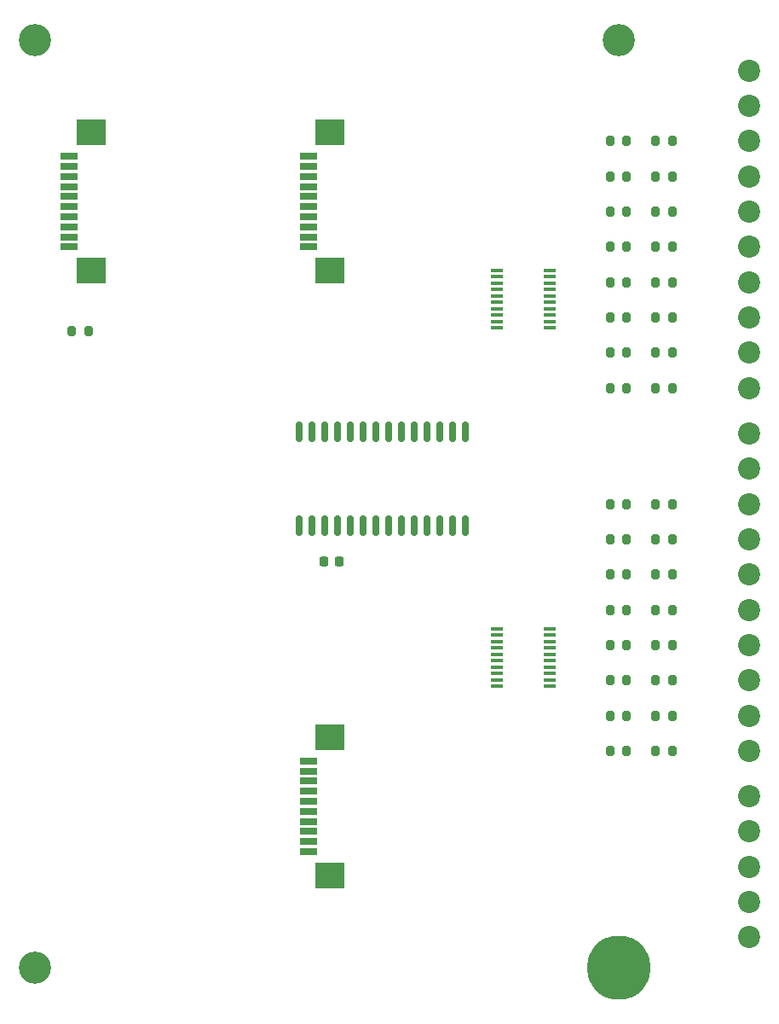
<source format=gbr>
%TF.GenerationSoftware,KiCad,Pcbnew,8.0.7-8.0.7-0~ubuntu24.04.1*%
%TF.CreationDate,2025-01-20T15:15:08+03:00*%
%TF.ProjectId,PM-DI16-sink,504d2d44-4931-4362-9d73-696e6b2e6b69,rev?*%
%TF.SameCoordinates,Original*%
%TF.FileFunction,Soldermask,Top*%
%TF.FilePolarity,Negative*%
%FSLAX46Y46*%
G04 Gerber Fmt 4.6, Leading zero omitted, Abs format (unit mm)*
G04 Created by KiCad (PCBNEW 8.0.7-8.0.7-0~ubuntu24.04.1) date 2025-01-20 15:15:08*
%MOMM*%
%LPD*%
G01*
G04 APERTURE LIST*
G04 Aperture macros list*
%AMRoundRect*
0 Rectangle with rounded corners*
0 $1 Rounding radius*
0 $2 $3 $4 $5 $6 $7 $8 $9 X,Y pos of 4 corners*
0 Add a 4 corners polygon primitive as box body*
4,1,4,$2,$3,$4,$5,$6,$7,$8,$9,$2,$3,0*
0 Add four circle primitives for the rounded corners*
1,1,$1+$1,$2,$3*
1,1,$1+$1,$4,$5*
1,1,$1+$1,$6,$7*
1,1,$1+$1,$8,$9*
0 Add four rect primitives between the rounded corners*
20,1,$1+$1,$2,$3,$4,$5,0*
20,1,$1+$1,$4,$5,$6,$7,0*
20,1,$1+$1,$6,$7,$8,$9,0*
20,1,$1+$1,$8,$9,$2,$3,0*%
G04 Aperture macros list end*
%ADD10RoundRect,0.200000X-0.200000X-0.275000X0.200000X-0.275000X0.200000X0.275000X-0.200000X0.275000X0*%
%ADD11R,1.803400X0.635000*%
%ADD12R,2.997200X2.590800*%
%ADD13RoundRect,0.150000X-0.150000X0.875000X-0.150000X-0.875000X0.150000X-0.875000X0.150000X0.875000X0*%
%ADD14R,1.200000X0.400000*%
%ADD15C,3.200000*%
%ADD16RoundRect,0.225000X0.225000X0.250000X-0.225000X0.250000X-0.225000X-0.250000X0.225000X-0.250000X0*%
%ADD17C,2.200000*%
%ADD18O,6.350000X6.350000*%
G04 APERTURE END LIST*
D10*
%TO.C,R31*%
X15675000Y-21000000D03*
X17325000Y-21000000D03*
%TD*%
D11*
%TO.C,J5*%
X-18826000Y-34499991D03*
X-18826000Y-33499993D03*
X-18826000Y-32499995D03*
X-18826000Y-31499997D03*
X-18826000Y-30499999D03*
X-18826000Y-29500001D03*
X-18826000Y-28500003D03*
X-18826000Y-27500005D03*
X-18826000Y-26500007D03*
X-18826000Y-25500009D03*
D12*
X-16655999Y-36850002D03*
X-16655999Y-23149998D03*
%TD*%
D10*
%TO.C,R16*%
X15675000Y11500000D03*
X17325000Y11500000D03*
%TD*%
D13*
%TO.C,U4*%
X-3175000Y7190000D03*
X-4445000Y7190000D03*
X-5715000Y7190000D03*
X-6985000Y7190000D03*
X-8255000Y7190000D03*
X-9525000Y7190000D03*
X-10795000Y7190000D03*
X-12065000Y7190000D03*
X-13335000Y7190000D03*
X-14605000Y7190000D03*
X-15875000Y7190000D03*
X-17145000Y7190000D03*
X-18415000Y7190000D03*
X-19685000Y7190000D03*
X-19685000Y-2110000D03*
X-18415000Y-2110000D03*
X-17145000Y-2110000D03*
X-15875000Y-2110000D03*
X-14605000Y-2110000D03*
X-13335000Y-2110000D03*
X-12065000Y-2110000D03*
X-10795000Y-2110000D03*
X-9525000Y-2110000D03*
X-8255000Y-2110000D03*
X-6985000Y-2110000D03*
X-5715000Y-2110000D03*
X-4445000Y-2110000D03*
X-3175000Y-2110000D03*
%TD*%
D10*
%TO.C,R13*%
X11175000Y15000000D03*
X12825000Y15000000D03*
%TD*%
%TO.C,R18*%
X11175000Y-3500000D03*
X12825000Y-3500000D03*
%TD*%
%TO.C,R28*%
X15675000Y-10500000D03*
X17325000Y-10500000D03*
%TD*%
D14*
%TO.C,U5*%
X5140000Y17462500D03*
X5140000Y18097500D03*
X5140000Y18732500D03*
X5140000Y19367500D03*
X5140000Y20002500D03*
X5140000Y20637500D03*
X5140000Y21272500D03*
X5140000Y21907500D03*
X5140000Y22542500D03*
X5140000Y23177500D03*
X-60000Y23177500D03*
X-60000Y22542500D03*
X-60000Y21907500D03*
X-60000Y21272500D03*
X-60000Y20637500D03*
X-60000Y20002500D03*
X-60000Y19367500D03*
X-60000Y18732500D03*
X-60000Y18097500D03*
X-60000Y17462500D03*
%TD*%
D10*
%TO.C,R4*%
X15675000Y32500000D03*
X17325000Y32500000D03*
%TD*%
D15*
%TO.C,H3*%
X-46000000Y-46000000D03*
%TD*%
D10*
%TO.C,R24*%
X11175000Y-24500000D03*
X12825000Y-24500000D03*
%TD*%
%TO.C,R23*%
X11175000Y-21000000D03*
X12825000Y-21000000D03*
%TD*%
%TO.C,R11*%
X11175000Y18500000D03*
X12825000Y18500000D03*
%TD*%
%TO.C,R2*%
X15675000Y36000000D03*
X17325000Y36000000D03*
%TD*%
D16*
%TO.C,C1*%
X-15735000Y-5715000D03*
X-17285000Y-5715000D03*
%TD*%
D10*
%TO.C,R20*%
X11175000Y-10500000D03*
X12825000Y-10500000D03*
%TD*%
%TO.C,R5*%
X11175000Y29000000D03*
X12825000Y29000000D03*
%TD*%
%TO.C,R3*%
X11175000Y32500000D03*
X12825000Y32500000D03*
%TD*%
D17*
%TO.C,J6*%
X25000000Y-43000000D03*
X25000000Y-39500000D03*
X25000000Y-36000000D03*
X25000000Y-32500000D03*
X25000000Y-29000000D03*
%TD*%
D15*
%TO.C,H2*%
X-46000000Y46000000D03*
%TD*%
D10*
%TO.C,R26*%
X15675000Y-3500000D03*
X17325000Y-3500000D03*
%TD*%
%TO.C,R7*%
X11175000Y25500000D03*
X12825000Y25500000D03*
%TD*%
%TO.C,R17*%
X11175000Y0D03*
X12825000Y0D03*
%TD*%
%TO.C,R32*%
X15675000Y-24500000D03*
X17325000Y-24500000D03*
%TD*%
D15*
%TO.C,H1*%
X12000000Y46000000D03*
%TD*%
D10*
%TO.C,R8*%
X15675000Y25500000D03*
X17325000Y25500000D03*
%TD*%
%TO.C,R30*%
X15675000Y-17500000D03*
X17325000Y-17500000D03*
%TD*%
%TO.C,R6*%
X15675000Y29000000D03*
X17325000Y29000000D03*
%TD*%
D11*
%TO.C,J1*%
X-42556000Y25500009D03*
X-42556000Y26500007D03*
X-42556000Y27500005D03*
X-42556000Y28500003D03*
X-42556000Y29500001D03*
X-42556000Y30499999D03*
X-42556000Y31499997D03*
X-42556000Y32499995D03*
X-42556000Y33499993D03*
X-42556000Y34499991D03*
D12*
X-40385999Y23149998D03*
X-40385999Y36850002D03*
%TD*%
D10*
%TO.C,R1*%
X11175000Y36000000D03*
X12825000Y36000000D03*
%TD*%
%TO.C,R22*%
X11175000Y-17500000D03*
X12825000Y-17500000D03*
%TD*%
%TO.C,R33*%
X-42295000Y17170000D03*
X-40645000Y17170000D03*
%TD*%
%TO.C,R10*%
X15675000Y22000000D03*
X17325000Y22000000D03*
%TD*%
%TO.C,R14*%
X15675000Y15000000D03*
X17325000Y15000000D03*
%TD*%
D14*
%TO.C,U3*%
X5140000Y-18097500D03*
X5140000Y-17462500D03*
X5140000Y-16827500D03*
X5140000Y-16192500D03*
X5140000Y-15557500D03*
X5140000Y-14922500D03*
X5140000Y-14287500D03*
X5140000Y-13652500D03*
X5140000Y-13017500D03*
X5140000Y-12382500D03*
X-60000Y-12382500D03*
X-60000Y-13017500D03*
X-60000Y-13652500D03*
X-60000Y-14287500D03*
X-60000Y-14922500D03*
X-60000Y-15557500D03*
X-60000Y-16192500D03*
X-60000Y-16827500D03*
X-60000Y-17462500D03*
X-60000Y-18097500D03*
%TD*%
D10*
%TO.C,R12*%
X15675000Y18500000D03*
X17325000Y18500000D03*
%TD*%
D11*
%TO.C,J2*%
X-18826000Y25500009D03*
X-18826000Y26500007D03*
X-18826000Y27500005D03*
X-18826000Y28500003D03*
X-18826000Y29500001D03*
X-18826000Y30499999D03*
X-18826000Y31499997D03*
X-18826000Y32499995D03*
X-18826000Y33499993D03*
X-18826000Y34499991D03*
D12*
X-16655999Y23149998D03*
X-16655999Y36850002D03*
%TD*%
D10*
%TO.C,R9*%
X11175000Y22000000D03*
X12825000Y22000000D03*
%TD*%
%TO.C,R19*%
X11175000Y-7000000D03*
X12825000Y-7000000D03*
%TD*%
D17*
%TO.C,J4*%
X25000000Y-24500000D03*
X25000000Y-21000000D03*
X25000000Y-17500000D03*
X25000000Y-14000000D03*
X25000000Y-10500000D03*
X25000000Y-7000000D03*
X25000000Y-3500000D03*
X25000000Y0D03*
X25000000Y3500000D03*
X25000000Y7000000D03*
%TD*%
D10*
%TO.C,R27*%
X15675000Y-7000000D03*
X17325000Y-7000000D03*
%TD*%
%TO.C,R25*%
X15675000Y0D03*
X17325000Y0D03*
%TD*%
%TO.C,R21*%
X11175000Y-14000000D03*
X12825000Y-14000000D03*
%TD*%
D18*
%TO.C,PE1*%
X12000000Y-46000000D03*
%TD*%
D17*
%TO.C,J3*%
X25000000Y11500000D03*
X25000000Y15000000D03*
X25000000Y18500000D03*
X25000000Y22000000D03*
X25000000Y25500000D03*
X25000000Y29000000D03*
X25000000Y32500000D03*
X25000000Y36000000D03*
X25000000Y39500000D03*
X25000000Y43000000D03*
%TD*%
D10*
%TO.C,R29*%
X15675000Y-14000000D03*
X17325000Y-14000000D03*
%TD*%
%TO.C,R15*%
X11175000Y11500000D03*
X12825000Y11500000D03*
%TD*%
M02*

</source>
